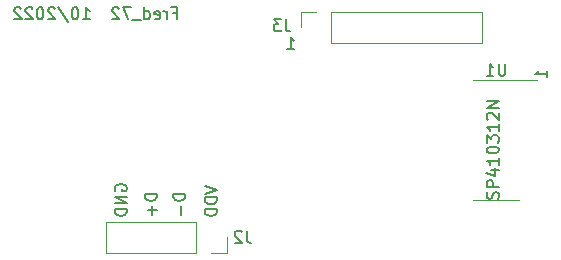
<source format=gbo>
%TF.GenerationSoftware,KiCad,Pcbnew,(5.1.12)-1*%
%TF.CreationDate,2023-03-04T08:28:37+01:00*%
%TF.ProjectId,Front_USB,46726f6e-745f-4555-9342-2e6b69636164,rev?*%
%TF.SameCoordinates,PX548a170PY45a45e8*%
%TF.FileFunction,Legend,Bot*%
%TF.FilePolarity,Positive*%
%FSLAX46Y46*%
G04 Gerber Fmt 4.6, Leading zero omitted, Abs format (unit mm)*
G04 Created by KiCad (PCBNEW (5.1.12)-1) date 2023-03-04 08:28:37*
%MOMM*%
%LPD*%
G01*
G04 APERTURE LIST*
%ADD10C,0.150000*%
%ADD11C,0.120000*%
G04 APERTURE END LIST*
D10*
X24479285Y17835620D02*
X25050714Y17835620D01*
X24765000Y17835620D02*
X24765000Y18835620D01*
X24860238Y18692762D01*
X24955476Y18597524D01*
X25050714Y18549905D01*
X46426380Y15462286D02*
X46426380Y16033715D01*
X46426380Y15748000D02*
X45426380Y15748000D01*
X45569238Y15843239D01*
X45664476Y15938477D01*
X45712095Y16033715D01*
X17486380Y6286334D02*
X18486380Y5953000D01*
X17486380Y5619667D01*
X18486380Y5286334D02*
X17486380Y5286334D01*
X17486380Y5048239D01*
X17534000Y4905381D01*
X17629238Y4810143D01*
X17724476Y4762524D01*
X17914952Y4714905D01*
X18057809Y4714905D01*
X18248285Y4762524D01*
X18343523Y4810143D01*
X18438761Y4905381D01*
X18486380Y5048239D01*
X18486380Y5286334D01*
X18486380Y4286334D02*
X17486380Y4286334D01*
X17486380Y4048239D01*
X17534000Y3905381D01*
X17629238Y3810143D01*
X17724476Y3762524D01*
X17914952Y3714905D01*
X18057809Y3714905D01*
X18248285Y3762524D01*
X18343523Y3810143D01*
X18438761Y3905381D01*
X18486380Y4048239D01*
X18486380Y4286334D01*
X9914000Y5841905D02*
X9866380Y5937143D01*
X9866380Y6080000D01*
X9914000Y6222858D01*
X10009238Y6318096D01*
X10104476Y6365715D01*
X10294952Y6413334D01*
X10437809Y6413334D01*
X10628285Y6365715D01*
X10723523Y6318096D01*
X10818761Y6222858D01*
X10866380Y6080000D01*
X10866380Y5984762D01*
X10818761Y5841905D01*
X10771142Y5794286D01*
X10437809Y5794286D01*
X10437809Y5984762D01*
X10866380Y5365715D02*
X9866380Y5365715D01*
X10866380Y4794286D01*
X9866380Y4794286D01*
X10866380Y4318096D02*
X9866380Y4318096D01*
X9866380Y4080000D01*
X9914000Y3937143D01*
X10009238Y3841905D01*
X10104476Y3794286D01*
X10294952Y3746667D01*
X10437809Y3746667D01*
X10628285Y3794286D01*
X10723523Y3841905D01*
X10818761Y3937143D01*
X10866380Y4080000D01*
X10866380Y4318096D01*
X15819380Y5579953D02*
X14819380Y5579953D01*
X14819380Y5341858D01*
X14867000Y5199000D01*
X14962238Y5103762D01*
X15057476Y5056143D01*
X15247952Y5008524D01*
X15390809Y5008524D01*
X15581285Y5056143D01*
X15676523Y5103762D01*
X15771761Y5199000D01*
X15819380Y5341858D01*
X15819380Y5579953D01*
X15438428Y4579953D02*
X15438428Y3818048D01*
X13406380Y5579953D02*
X12406380Y5579953D01*
X12406380Y5341858D01*
X12454000Y5199000D01*
X12549238Y5103762D01*
X12644476Y5056143D01*
X12834952Y5008524D01*
X12977809Y5008524D01*
X13168285Y5056143D01*
X13263523Y5103762D01*
X13358761Y5199000D01*
X13406380Y5341858D01*
X13406380Y5579953D01*
X13025428Y4579953D02*
X13025428Y3818048D01*
X13406380Y4199000D02*
X12644476Y4199000D01*
X14778809Y20899429D02*
X15112142Y20899429D01*
X15112142Y20375620D02*
X15112142Y21375620D01*
X14635952Y21375620D01*
X14255000Y20375620D02*
X14255000Y21042286D01*
X14255000Y20851810D02*
X14207380Y20947048D01*
X14159761Y20994667D01*
X14064523Y21042286D01*
X13969285Y21042286D01*
X13255000Y20423239D02*
X13350238Y20375620D01*
X13540714Y20375620D01*
X13635952Y20423239D01*
X13683571Y20518477D01*
X13683571Y20899429D01*
X13635952Y20994667D01*
X13540714Y21042286D01*
X13350238Y21042286D01*
X13255000Y20994667D01*
X13207380Y20899429D01*
X13207380Y20804191D01*
X13683571Y20708953D01*
X12350238Y20375620D02*
X12350238Y21375620D01*
X12350238Y20423239D02*
X12445476Y20375620D01*
X12635952Y20375620D01*
X12731190Y20423239D01*
X12778809Y20470858D01*
X12826428Y20566096D01*
X12826428Y20851810D01*
X12778809Y20947048D01*
X12731190Y20994667D01*
X12635952Y21042286D01*
X12445476Y21042286D01*
X12350238Y20994667D01*
X12112142Y20280381D02*
X11350238Y20280381D01*
X11207380Y21375620D02*
X10540714Y21375620D01*
X10969285Y20375620D01*
X10207380Y21280381D02*
X10159761Y21328000D01*
X10064523Y21375620D01*
X9826428Y21375620D01*
X9731190Y21328000D01*
X9683571Y21280381D01*
X9635952Y21185143D01*
X9635952Y21089905D01*
X9683571Y20947048D01*
X10255000Y20375620D01*
X9635952Y20375620D01*
X7159761Y20375620D02*
X7731190Y20375620D01*
X7445476Y20375620D02*
X7445476Y21375620D01*
X7540714Y21232762D01*
X7635952Y21137524D01*
X7731190Y21089905D01*
X6540714Y21375620D02*
X6445476Y21375620D01*
X6350238Y21328000D01*
X6302619Y21280381D01*
X6255000Y21185143D01*
X6207380Y20994667D01*
X6207380Y20756572D01*
X6255000Y20566096D01*
X6302619Y20470858D01*
X6350238Y20423239D01*
X6445476Y20375620D01*
X6540714Y20375620D01*
X6635952Y20423239D01*
X6683571Y20470858D01*
X6731190Y20566096D01*
X6778809Y20756572D01*
X6778809Y20994667D01*
X6731190Y21185143D01*
X6683571Y21280381D01*
X6635952Y21328000D01*
X6540714Y21375620D01*
X5064523Y21423239D02*
X5921666Y20137524D01*
X4778809Y21280381D02*
X4731190Y21328000D01*
X4635952Y21375620D01*
X4397857Y21375620D01*
X4302619Y21328000D01*
X4255000Y21280381D01*
X4207380Y21185143D01*
X4207380Y21089905D01*
X4255000Y20947048D01*
X4826428Y20375620D01*
X4207380Y20375620D01*
X3588333Y21375620D02*
X3493095Y21375620D01*
X3397857Y21328000D01*
X3350238Y21280381D01*
X3302619Y21185143D01*
X3255000Y20994667D01*
X3255000Y20756572D01*
X3302619Y20566096D01*
X3350238Y20470858D01*
X3397857Y20423239D01*
X3493095Y20375620D01*
X3588333Y20375620D01*
X3683571Y20423239D01*
X3731190Y20470858D01*
X3778809Y20566096D01*
X3826428Y20756572D01*
X3826428Y20994667D01*
X3778809Y21185143D01*
X3731190Y21280381D01*
X3683571Y21328000D01*
X3588333Y21375620D01*
X2874047Y21280381D02*
X2826428Y21328000D01*
X2731190Y21375620D01*
X2493095Y21375620D01*
X2397857Y21328000D01*
X2350238Y21280381D01*
X2302619Y21185143D01*
X2302619Y21089905D01*
X2350238Y20947048D01*
X2921666Y20375620D01*
X2302619Y20375620D01*
X1921666Y21280381D02*
X1874047Y21328000D01*
X1778809Y21375620D01*
X1540714Y21375620D01*
X1445476Y21328000D01*
X1397857Y21280381D01*
X1350238Y21185143D01*
X1350238Y21089905D01*
X1397857Y20947048D01*
X1969285Y20375620D01*
X1350238Y20375620D01*
D11*
%TO.C,J3*%
X25594000Y21015000D02*
X25594000Y19685000D01*
X26924000Y21015000D02*
X25594000Y21015000D01*
X28194000Y21015000D02*
X28194000Y18355000D01*
X28194000Y18355000D02*
X40954000Y18355000D01*
X28194000Y21015000D02*
X40954000Y21015000D01*
X40954000Y21015000D02*
X40954000Y18355000D01*
%TO.C,J2*%
X9084000Y575000D02*
X9084000Y3235000D01*
X16764000Y575000D02*
X9084000Y575000D01*
X16764000Y3235000D02*
X9084000Y3235000D01*
X16764000Y575000D02*
X16764000Y3235000D01*
X18034000Y575000D02*
X19364000Y575000D01*
X19364000Y575000D02*
X19364000Y1905000D01*
%TO.C,U1*%
X42164000Y15220000D02*
X45614000Y15220000D01*
X42164000Y15220000D02*
X40214000Y15220000D01*
X42164000Y5100000D02*
X44114000Y5100000D01*
X42164000Y5100000D02*
X40214000Y5100000D01*
%TO.C,DISP1*%
D10*
X42314761Y5167834D02*
X42362380Y5310691D01*
X42362380Y5548786D01*
X42314761Y5644024D01*
X42267142Y5691643D01*
X42171904Y5739262D01*
X42076666Y5739262D01*
X41981428Y5691643D01*
X41933809Y5644024D01*
X41886190Y5548786D01*
X41838571Y5358310D01*
X41790952Y5263072D01*
X41743333Y5215453D01*
X41648095Y5167834D01*
X41552857Y5167834D01*
X41457619Y5215453D01*
X41410000Y5263072D01*
X41362380Y5358310D01*
X41362380Y5596405D01*
X41410000Y5739262D01*
X42362380Y6167834D02*
X41362380Y6167834D01*
X41362380Y6548786D01*
X41410000Y6644024D01*
X41457619Y6691643D01*
X41552857Y6739262D01*
X41695714Y6739262D01*
X41790952Y6691643D01*
X41838571Y6644024D01*
X41886190Y6548786D01*
X41886190Y6167834D01*
X41695714Y7596405D02*
X42362380Y7596405D01*
X41314761Y7358310D02*
X42029047Y7120215D01*
X42029047Y7739262D01*
X42362380Y8644024D02*
X42362380Y8072596D01*
X42362380Y8358310D02*
X41362380Y8358310D01*
X41505238Y8263072D01*
X41600476Y8167834D01*
X41648095Y8072596D01*
X41362380Y9263072D02*
X41362380Y9358310D01*
X41410000Y9453548D01*
X41457619Y9501167D01*
X41552857Y9548786D01*
X41743333Y9596405D01*
X41981428Y9596405D01*
X42171904Y9548786D01*
X42267142Y9501167D01*
X42314761Y9453548D01*
X42362380Y9358310D01*
X42362380Y9263072D01*
X42314761Y9167834D01*
X42267142Y9120215D01*
X42171904Y9072596D01*
X41981428Y9024977D01*
X41743333Y9024977D01*
X41552857Y9072596D01*
X41457619Y9120215D01*
X41410000Y9167834D01*
X41362380Y9263072D01*
X41362380Y9929739D02*
X41362380Y10548786D01*
X41743333Y10215453D01*
X41743333Y10358310D01*
X41790952Y10453548D01*
X41838571Y10501167D01*
X41933809Y10548786D01*
X42171904Y10548786D01*
X42267142Y10501167D01*
X42314761Y10453548D01*
X42362380Y10358310D01*
X42362380Y10072596D01*
X42314761Y9977358D01*
X42267142Y9929739D01*
X42362380Y11501167D02*
X42362380Y10929739D01*
X42362380Y11215453D02*
X41362380Y11215453D01*
X41505238Y11120215D01*
X41600476Y11024977D01*
X41648095Y10929739D01*
X41457619Y11882120D02*
X41410000Y11929739D01*
X41362380Y12024977D01*
X41362380Y12263072D01*
X41410000Y12358310D01*
X41457619Y12405929D01*
X41552857Y12453548D01*
X41648095Y12453548D01*
X41790952Y12405929D01*
X42362380Y11834500D01*
X42362380Y12453548D01*
X42362380Y12882120D02*
X41362380Y12882120D01*
X42362380Y13453548D01*
X41362380Y13453548D01*
%TO.C,J3*%
X24336333Y20359620D02*
X24336333Y19645334D01*
X24383952Y19502477D01*
X24479190Y19407239D01*
X24622047Y19359620D01*
X24717285Y19359620D01*
X23955380Y20359620D02*
X23336333Y20359620D01*
X23669666Y19978667D01*
X23526809Y19978667D01*
X23431571Y19931048D01*
X23383952Y19883429D01*
X23336333Y19788191D01*
X23336333Y19550096D01*
X23383952Y19454858D01*
X23431571Y19407239D01*
X23526809Y19359620D01*
X23812523Y19359620D01*
X23907761Y19407239D01*
X23955380Y19454858D01*
%TO.C,J2*%
X21034333Y2452620D02*
X21034333Y1738334D01*
X21081952Y1595477D01*
X21177190Y1500239D01*
X21320047Y1452620D01*
X21415285Y1452620D01*
X20605761Y2357381D02*
X20558142Y2405000D01*
X20462904Y2452620D01*
X20224809Y2452620D01*
X20129571Y2405000D01*
X20081952Y2357381D01*
X20034333Y2262143D01*
X20034333Y2166905D01*
X20081952Y2024048D01*
X20653380Y1452620D01*
X20034333Y1452620D01*
%TO.C,U1*%
X42925904Y16607620D02*
X42925904Y15798096D01*
X42878285Y15702858D01*
X42830666Y15655239D01*
X42735428Y15607620D01*
X42544952Y15607620D01*
X42449714Y15655239D01*
X42402095Y15702858D01*
X42354476Y15798096D01*
X42354476Y16607620D01*
X41354476Y15607620D02*
X41925904Y15607620D01*
X41640190Y15607620D02*
X41640190Y16607620D01*
X41735428Y16464762D01*
X41830666Y16369524D01*
X41925904Y16321905D01*
%TD*%
M02*

</source>
